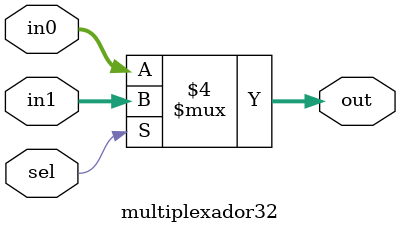
<source format=v>
`timescale 1ns / 1ps
module multiplexador32(
	sel,
	in0,
	in1,
	out
 );
 
input sel;
input[31:0] in0;
input[31:0] in1;

output reg[31:0] out;

always @(sel, in0, in1)
	begin
		if (sel == 0 )
			out <= in0;
		else
			out <= in1;
	end
endmodule
</source>
